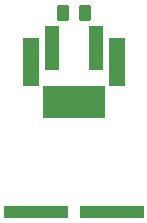
<source format=gbr>
%TF.GenerationSoftware,KiCad,Pcbnew,9.0.2*%
%TF.CreationDate,2025-05-28T14:43:40+01:00*%
%TF.ProjectId,led_jewellery,6c65645f-6a65-4776-956c-6c6572792e6b,rev?*%
%TF.SameCoordinates,Original*%
%TF.FileFunction,Paste,Top*%
%TF.FilePolarity,Positive*%
%FSLAX46Y46*%
G04 Gerber Fmt 4.6, Leading zero omitted, Abs format (unit mm)*
G04 Created by KiCad (PCBNEW 9.0.2) date 2025-05-28 14:43:40*
%MOMM*%
%LPD*%
G01*
G04 APERTURE LIST*
G04 Aperture macros list*
%AMRoundRect*
0 Rectangle with rounded corners*
0 $1 Rounding radius*
0 $2 $3 $4 $5 $6 $7 $8 $9 X,Y pos of 4 corners*
0 Add a 4 corners polygon primitive as box body*
4,1,4,$2,$3,$4,$5,$6,$7,$8,$9,$2,$3,0*
0 Add four circle primitives for the rounded corners*
1,1,$1+$1,$2,$3*
1,1,$1+$1,$4,$5*
1,1,$1+$1,$6,$7*
1,1,$1+$1,$8,$9*
0 Add four rect primitives between the rounded corners*
20,1,$1+$1,$2,$3,$4,$5,0*
20,1,$1+$1,$4,$5,$6,$7,0*
20,1,$1+$1,$6,$7,$8,$9,0*
20,1,$1+$1,$8,$9,$2,$3,0*%
G04 Aperture macros list end*
%ADD10R,1.205000X3.760000*%
%ADD11R,1.460000X4.190000*%
%ADD12R,5.330000X2.790000*%
%ADD13R,5.500000X1.000000*%
%ADD14RoundRect,0.250000X0.262500X0.450000X-0.262500X0.450000X-0.262500X-0.450000X0.262500X-0.450000X0*%
G04 APERTURE END LIST*
D10*
%TO.C,SW1*%
X122627500Y-70945000D03*
X126372500Y-70945000D03*
D11*
X120850000Y-72125000D03*
D12*
X124500000Y-75540000D03*
D11*
X128150000Y-72125000D03*
%TD*%
D13*
%TO.C,D1*%
X127700000Y-84800000D03*
X121300000Y-84800000D03*
%TD*%
D14*
%TO.C,R1*%
X125412500Y-68000000D03*
X123587500Y-68000000D03*
%TD*%
M02*

</source>
